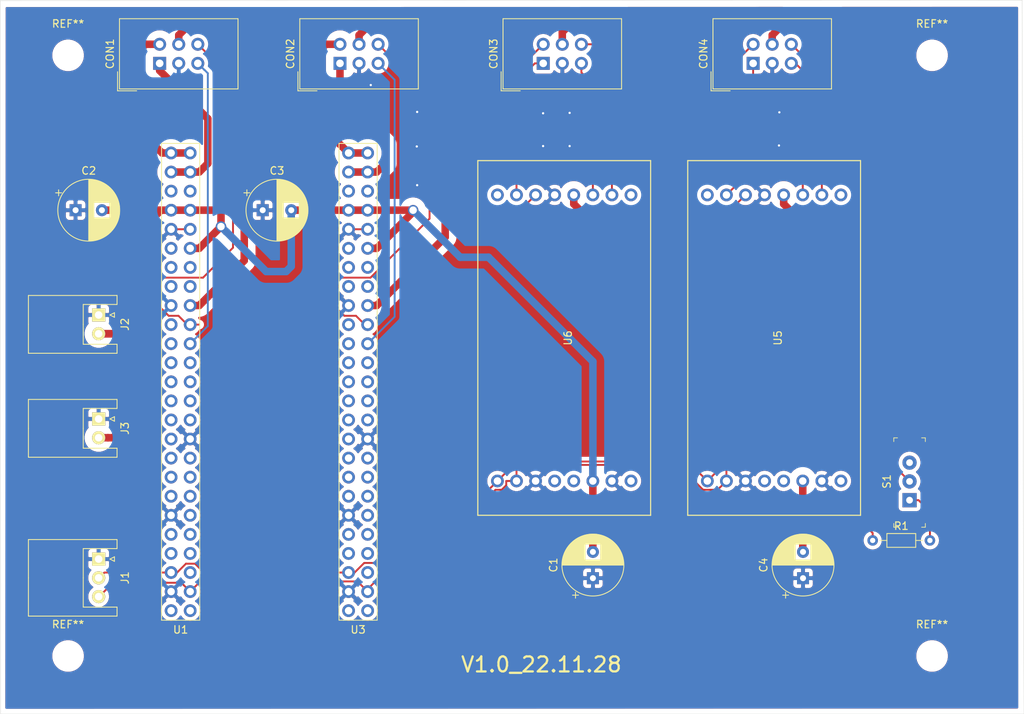
<source format=kicad_pcb>
(kicad_pcb (version 20171130) (host pcbnew "(5.1.2)-2")
  (layers (0 F.Cu signal) (31 B.Cu signal) (34 B.Paste user) (35 F.Paste user) (36 B.SilkS user) (37 F.SilkS user) (38 B.Mask user) (39 F.Mask user) (44 Edge.Cuts user))
  (net 0 "")
  (net 1 GND)
  (net 2 VSS)
  (net 3 /MC5004P_1/P_B)
  (net 4 /MC5004P_1/P_A)
  (net 5 /MC5004P_1/UDD)
  (net 6 /MC5004P_1/CH_B)
  (net 7 /MC5004P_1/CH_A)
  (net 8 /MC5004P_2/CH_A)
  (net 9 /MC5004P_2/CH_B)
  (net 10 /MC5004P_2/UDD)
  (net 11 /MC5004P_2/P_A)
  (net 12 /MC5004P_2/P_B)
  (net 13 /MCDC3002P_1/Motor_B3)
  (net 14 /MCDC3002P_1/Motor_A3)
  (net 15 /MCDC3002P_1/Vdd3)
  (net 16 /MCDC3002P_1/EncB3)
  (net 17 /MCDC3002P_1/EncA3)
  (net 18 /MCDC3002P_2/EncA3)
  (net 19 /MCDC3002P_2/EncB3)
  (net 20 /MCDC3002P_2/Vdd3)
  (net 21 /MCDC3002P_2/Motor_A3)
  (net 22 /MCDC3002P_2/Motor_B3)
  (net 23 "Net-(R1-Pad2)")
  (net 24 "Net-(S1-Pad3)")
  (net 25 "Net-(U1-Pad5)")
  (net 26 "Net-(U1-Pad6)")
  (net 27 "Net-(U1-Pad12)")
  (net 28 "Net-(U1-Pad13)")
  (net 29 "Net-(U1-Pad14)")
  (net 30 "Net-(U1-Pad15)")
  (net 31 "Net-(U1-Pad16)")
  (net 32 "Net-(U1-Pad20)")
  (net 33 "Net-(U1-Pad22)")
  (net 34 "Net-(U1-Pad23)")
  (net 35 "Net-(U1-Pad24)")
  (net 36 "Net-(U1-Pad25)")
  (net 37 "Net-(U1-Pad26)")
  (net 38 "Net-(U1-Pad27)")
  (net 39 "Net-(U1-Pad28)")
  (net 40 "Net-(U1-Pad29)")
  (net 41 "Net-(U1-Pad30)")
  (net 42 "Net-(U1-Pad32)")
  (net 43 "Net-(U1-Pad33)")
  (net 44 "Net-(U1-Pad34)")
  (net 45 "Net-(U1-Pad35)")
  (net 46 "Net-(U1-Pad36)")
  (net 47 "Net-(U1-Pad37)")
  (net 48 "Net-(U1-Pad38)")
  (net 49 "Net-(U1-Pad39)")
  (net 50 "Net-(U1-Pad41)")
  (net 51 "Net-(U1-Pad42)")
  (net 52 "Net-(U1-Pad43)")
  (net 53 "Net-(U1-Pad44)")
  (net 54 "Net-(U1-Pad45)")
  (net 55 "Net-(U1-Pad49)")
  (net 56 "Net-(U1-Pad50)")
  (net 57 "Net-(U3-Pad50)")
  (net 58 "Net-(U3-Pad49)")
  (net 59 "Net-(U3-Pad45)")
  (net 60 "Net-(U3-Pad44)")
  (net 61 "Net-(U3-Pad43)")
  (net 62 "Net-(U3-Pad42)")
  (net 63 "Net-(U3-Pad41)")
  (net 64 "Net-(U3-Pad39)")
  (net 65 "Net-(U3-Pad38)")
  (net 66 "Net-(U3-Pad37)")
  (net 67 "Net-(U3-Pad36)")
  (net 68 "Net-(U3-Pad35)")
  (net 69 "Net-(U3-Pad34)")
  (net 70 "Net-(U3-Pad33)")
  (net 71 "Net-(U3-Pad32)")
  (net 72 "Net-(U3-Pad30)")
  (net 73 "Net-(U3-Pad29)")
  (net 74 "Net-(U3-Pad28)")
  (net 75 "Net-(U3-Pad27)")
  (net 76 "Net-(U3-Pad26)")
  (net 77 "Net-(U3-Pad25)")
  (net 78 "Net-(U3-Pad24)")
  (net 79 "Net-(U3-Pad23)")
  (net 80 "Net-(U3-Pad22)")
  (net 81 "Net-(U3-Pad20)")
  (net 82 "Net-(U3-Pad16)")
  (net 83 "Net-(U3-Pad15)")
  (net 84 "Net-(U3-Pad14)")
  (net 85 "Net-(U3-Pad13)")
  (net 86 "Net-(U3-Pad12)")
  (net 87 "Net-(U3-Pad6)")
  (net 88 "Net-(U3-Pad5)")
  (net 89 "Net-(U5-Pad9)")
  (net 90 "Net-(U5-Pad8)")
  (net 91 "Net-(U5-Pad5)")
  (net 92 "Net-(U5-Pad4)")
  (net 93 "Net-(U5-Pad16)")
  (net 94 "Net-(U6-Pad16)")
  (net 95 "Net-(U6-Pad4)")
  (net 96 "Net-(U6-Pad5)")
  (net 97 "Net-(U6-Pad8)")
  (net 98 "Net-(U6-Pad9)")
  (net 99 /CAN+)
  (net 100 /CAN-)
  (module Connectors_JST:JST_XH_S02B-XH-A_02x2.50mm_Angled (layer F.Cu) (at 44.069 73.4314 270)
    (fp_text reference J3 (at 1.25 -3.5 90) (layer F.SilkS))
    (fp_text value Connector_JST_01x02)
    (pad 2 thru_hole circle (at 2.5 0 270) (size 1.75 1.75) (drill 1) (layers *.Cu *.Mask F.SilkS) (net 2 VSS))
    (pad 1 thru_hole rect (at 0 0 270) (size 1.75 1.75) (drill 1) (layers *.Cu *.Mask F.SilkS) (net 1 GND))
  )
  (module MountingHole:MountingHole_3.2mm_M3 (layer F.Cu) (at 155 25)
    (fp_text reference REF** (at 0 -4.2) (layer F.SilkS))
    (fp_text value MountingHole_3.2mm_M3)
    (pad 1 np_thru_hole circle (at 0 0) (size 3.2 3.2) (drill 3.2) (layers *.Cu *.Mask))
  )
  (module MountingHole:MountingHole_3.2mm_M3 (layer F.Cu) (at 40 25)
    (fp_text reference REF** (at 0 -4.2) (layer F.SilkS))
    (fp_text value M_Hole_3.2mm_M3)
    (pad 1 np_thru_hole circle (at 0 0) (size 3.2 3.2) (drill 3.2) (layers *.Cu *.Mask))
  )
  (module MountingHole:MountingHole_3.2mm_M3 (layer F.Cu) (at 40 105)
    (fp_text reference REF** (at 0 -4.2) (layer F.SilkS))
    (fp_text value MountingHole_3.2mm_M3)
    (pad 1 np_thru_hole circle (at 0 0) (size 3.2 3.2) (drill 3.2) (layers *.Cu *.Mask))
  )
  (module MountingHole:MountingHole_3.2mm_M3 (layer F.Cu) (at 155 105)
    (fp_text reference REF** (at 0 -4.2) (layer F.SilkS))
    (fp_text value MountingHole_3.2mm_M3)
    (pad 1 np_thru_hole circle (at 0 0) (size 3.2 3.2) (drill 3.2) (layers *.Cu *.Mask))
  )
  (module Resistor_THT:R_Axial_DIN0204_L3.6mm_D1.6mm_P7.62mm_Horizontal (layer F.Cu) (at 147.0914 89.6112)
    (fp_text reference R1 (at 3.81 -1.92) (layer F.SilkS))
    (fp_text value 120)
    (pad 2 thru_hole oval (at 7.62 0) (size 1.4 1.4) (drill 0.7) (layers *.Cu *.Mask) (net 23 "Net-(R1-Pad2)"))
    (pad 1 thru_hole circle (at 0 0) (size 1.4 1.4) (drill 0.7) (layers *.Cu *.Mask) (net 100 /CAN-))
  )
  (module Capacitor_THT:CP_Radial_D8.0mm_P3.50mm (layer F.Cu) (at 41 45.624)
    (fp_text reference C2 (at 1.75 -5.25) (layer F.SilkS))
    (fp_text value 220uF)
    (pad 2 thru_hole circle (at 3.5 0) (size 1.6 1.6) (drill 0.8) (layers *.Cu *.Mask) (net 2 VSS))
    (pad 1 thru_hole rect (at 0 0) (size 1.6 1.6) (drill 0.8) (layers *.Cu *.Mask) (net 1 GND))
  )
  (module Capacitor_THT:CP_Radial_D8.0mm_P3.50mm (layer F.Cu) (at 109.855 94.6404 90)
    (fp_text reference C1 (at 1.75 -5.25 270) (layer F.SilkS))
    (fp_text value 220uF)
    (pad 2 thru_hole circle (at 3.5 0 90) (size 1.6 1.6) (drill 0.8) (layers *.Cu *.Mask) (net 2 VSS))
    (pad 1 thru_hole rect (at 0 0 90) (size 1.6 1.6) (drill 0.8) (layers *.Cu *.Mask) (net 1 GND))
  )
  (module Capacitor_THT:CP_Radial_D8.0mm_P3.80mm (layer F.Cu) (at 65.904 45.624)
    (fp_text reference C3 (at 1.9 -5.25) (layer F.SilkS))
    (fp_text value 220uF)
    (pad 1 thru_hole rect (at 0 0) (size 1.6 1.6) (drill 0.8) (layers *.Cu *.Mask) (net 1 GND))
    (pad 2 thru_hole circle (at 3.8 0) (size 1.6 1.6) (drill 0.8) (layers *.Cu *.Mask) (net 2 VSS))
  )
  (module Capacitor_THT:CP_Radial_D8.0mm_P3.50mm (layer F.Cu) (at 137.8204 94.6404 90)
    (fp_text reference C4 (at 1.75 -5.25 270) (layer F.SilkS))
    (fp_text value 220uF)
    (pad 1 thru_hole rect (at 0 0 90) (size 1.6 1.6) (drill 0.8) (layers *.Cu *.Mask) (net 1 GND))
    (pad 2 thru_hole circle (at 3.5 0 90) (size 1.6 1.6) (drill 0.8) (layers *.Cu *.Mask) (net 2 VSS))
  )
  (module Connector_IDC:IDC-Header_2x03_P2.54mm_Vertical (layer F.Cu) (at 52.188 26.066 90)
    (fp_text reference CON1 (at 1.27 -6.604 90) (layer F.SilkS))
    (fp_text value CON_6pin_motor)
    (pad 1 thru_hole rect (at 0 0 90) (size 1.7272 1.7272) (drill 1.016) (layers *.Cu *.Mask) (net 3 /MC5004P_1/P_B))
    (pad 2 thru_hole oval (at 2.54 0 90) (size 1.7272 1.7272) (drill 1.016) (layers *.Cu *.Mask) (net 4 /MC5004P_1/P_A))
    (pad 3 thru_hole oval (at 0 2.54 90) (size 1.7272 1.7272) (drill 1.016) (layers *.Cu *.Mask) (net 1 GND))
    (pad 4 thru_hole oval (at 2.54 2.54 90) (size 1.7272 1.7272) (drill 1.016) (layers *.Cu *.Mask) (net 5 /MC5004P_1/UDD))
    (pad 5 thru_hole oval (at 0 5.08 90) (size 1.7272 1.7272) (drill 1.016) (layers *.Cu *.Mask) (net 6 /MC5004P_1/CH_B))
    (pad 6 thru_hole oval (at 2.54 5.08 90) (size 1.7272 1.7272) (drill 1.016) (layers *.Cu *.Mask) (net 7 /MC5004P_1/CH_A))
  )
  (module Connector_IDC:IDC-Header_2x03_P2.54mm_Vertical (layer F.Cu) (at 76.189 26.066 90)
    (fp_text reference CON2 (at 1.27 -6.604 90) (layer F.SilkS))
    (fp_text value CON_6pin_motor)
    (pad 6 thru_hole oval (at 2.54 5.08 90) (size 1.7272 1.7272) (drill 1.016) (layers *.Cu *.Mask) (net 8 /MC5004P_2/CH_A))
    (pad 5 thru_hole oval (at 0 5.08 90) (size 1.7272 1.7272) (drill 1.016) (layers *.Cu *.Mask) (net 9 /MC5004P_2/CH_B))
    (pad 4 thru_hole oval (at 2.54 2.54 90) (size 1.7272 1.7272) (drill 1.016) (layers *.Cu *.Mask) (net 10 /MC5004P_2/UDD))
    (pad 3 thru_hole oval (at 0 2.54 90) (size 1.7272 1.7272) (drill 1.016) (layers *.Cu *.Mask) (net 1 GND))
    (pad 2 thru_hole oval (at 2.54 0 90) (size 1.7272 1.7272) (drill 1.016) (layers *.Cu *.Mask) (net 11 /MC5004P_2/P_A))
    (pad 1 thru_hole rect (at 0 0 90) (size 1.7272 1.7272) (drill 1.016) (layers *.Cu *.Mask) (net 12 /MC5004P_2/P_B))
  )
  (module Connector_IDC:IDC-Header_2x03_P2.54mm_Vertical (layer F.Cu) (at 103.242 26.066 90)
    (fp_text reference CON3 (at 1.27 -6.604 90) (layer F.SilkS))
    (fp_text value CON_6pin_motor)
    (pad 1 thru_hole rect (at 0 0 90) (size 1.7272 1.7272) (drill 1.016) (layers *.Cu *.Mask) (net 13 /MCDC3002P_1/Motor_B3))
    (pad 2 thru_hole oval (at 2.54 0 90) (size 1.7272 1.7272) (drill 1.016) (layers *.Cu *.Mask) (net 14 /MCDC3002P_1/Motor_A3))
    (pad 3 thru_hole oval (at 0 2.54 90) (size 1.7272 1.7272) (drill 1.016) (layers *.Cu *.Mask) (net 1 GND))
    (pad 4 thru_hole oval (at 2.54 2.54 90) (size 1.7272 1.7272) (drill 1.016) (layers *.Cu *.Mask) (net 15 /MCDC3002P_1/Vdd3))
    (pad 5 thru_hole oval (at 0 5.08 90) (size 1.7272 1.7272) (drill 1.016) (layers *.Cu *.Mask) (net 16 /MCDC3002P_1/EncB3))
    (pad 6 thru_hole oval (at 2.54 5.08 90) (size 1.7272 1.7272) (drill 1.016) (layers *.Cu *.Mask) (net 17 /MCDC3002P_1/EncA3))
  )
  (module Connector_IDC:IDC-Header_2x03_P2.54mm_Vertical (layer F.Cu) (at 131.182 26.066 90)
    (fp_text reference CON4 (at 1.27 -6.604 90) (layer F.SilkS))
    (fp_text value CON_6pin_motor)
    (pad 6 thru_hole oval (at 2.54 5.08 90) (size 1.7272 1.7272) (drill 1.016) (layers *.Cu *.Mask) (net 18 /MCDC3002P_2/EncA3))
    (pad 5 thru_hole oval (at 0 5.08 90) (size 1.7272 1.7272) (drill 1.016) (layers *.Cu *.Mask) (net 19 /MCDC3002P_2/EncB3))
    (pad 4 thru_hole oval (at 2.54 2.54 90) (size 1.7272 1.7272) (drill 1.016) (layers *.Cu *.Mask) (net 20 /MCDC3002P_2/Vdd3))
    (pad 3 thru_hole oval (at 0 2.54 90) (size 1.7272 1.7272) (drill 1.016) (layers *.Cu *.Mask) (net 1 GND))
    (pad 2 thru_hole oval (at 2.54 0 90) (size 1.7272 1.7272) (drill 1.016) (layers *.Cu *.Mask) (net 21 /MCDC3002P_2/Motor_A3))
    (pad 1 thru_hole rect (at 0 0 90) (size 1.7272 1.7272) (drill 1.016) (layers *.Cu *.Mask) (net 22 /MCDC3002P_2/Motor_B3))
  )
  (module Connectors_JST:JST_XH_S03B-XH-A_03x2.50mm_Angled (layer F.Cu) (at 44.069 92.094 270)
    (fp_text reference J1 (at 2.5 -3.5 270) (layer F.SilkS))
    (fp_text value Connector_JST_01x03)
    (pad 1 thru_hole rect (at 0 0 270) (size 1.75 1.75) (drill 1) (layers *.Cu *.Mask F.SilkS) (net 1 GND))
    (pad 2 thru_hole circle (at 2.5 0 270) (size 1.75 1.75) (drill 1) (layers *.Cu *.Mask F.SilkS) (net 99 /CAN+))
    (pad 3 thru_hole circle (at 5 0 270) (size 1.75 1.75) (drill 1) (layers *.Cu *.Mask F.SilkS) (net 100 /CAN-))
  )
  (module Connectors_JST:JST_XH_S02B-XH-A_02x2.50mm_Angled (layer F.Cu) (at 44.069 59.582 270)
    (fp_text reference J2 (at 1.25 -3.5 270) (layer F.SilkS))
    (fp_text value Connector_JST_01x02)
    (pad 1 thru_hole rect (at 0 0 270) (size 1.75 1.75) (drill 1) (layers *.Cu *.Mask F.SilkS) (net 1 GND))
    (pad 2 thru_hole circle (at 2.5 0 270) (size 1.75 1.75) (drill 1) (layers *.Cu *.Mask F.SilkS) (net 2 VSS))
  )
  (module digikey-footprints:Switch_Slide_11.6x4mm_EG1218 (layer F.Cu) (at 152 84.25 90)
    (fp_text reference S1 (at 2.49 -3.02 90) (layer F.SilkS))
    (fp_text value EG1218)
    (pad 1 thru_hole rect (at 0 0 90) (size 1.9 1.9) (drill 0.9) (layers *.Cu *.Mask) (net 23 "Net-(R1-Pad2)"))
    (pad 2 thru_hole circle (at 2.5 0 90) (size 1.9 1.9) (drill 0.9) (layers *.Cu *.Mask) (net 99 /CAN+))
    (pad 3 thru_hole circle (at 5 0 90) (size 1.9 1.9) (drill 0.9) (layers *.Cu *.Mask) (net 24 "Net-(S1-Pad3)"))
  )
  (module BC_Motor_Driver:MC5004P (layer F.Cu) (at 54.982 64.674)
    (fp_text reference U1 (at 0 36.83) (layer F.SilkS))
    (fp_text value MC5004P)
    (pad 1 thru_hole circle (at 1.27 -26.67) (size 1.7 1.7) (drill 1) (layers *.Cu *.Mask) (net 4 /MC5004P_1/P_A))
    (pad 2 thru_hole circle (at -1.27 -26.67) (size 1.7 1.7) (drill 1) (layers *.Cu *.Mask) (net 4 /MC5004P_1/P_A))
    (pad 3 thru_hole circle (at 1.27 -24.13) (size 1.7 1.7) (drill 1) (layers *.Cu *.Mask) (net 3 /MC5004P_1/P_B))
    (pad 4 thru_hole circle (at -1.27 -24.13) (size 1.7 1.7) (drill 1) (layers *.Cu *.Mask) (net 3 /MC5004P_1/P_B))
    (pad 5 thru_hole circle (at 1.27 -21.59) (size 1.7 1.7) (drill 1) (layers *.Cu *.Mask) (net 25 "Net-(U1-Pad5)"))
    (pad 6 thru_hole circle (at -1.27 -21.59) (size 1.7 1.7) (drill 1) (layers *.Cu *.Mask) (net 26 "Net-(U1-Pad6)"))
    (pad 7 thru_hole circle (at 1.27 -19.05) (size 1.7 1.7) (drill 1) (layers *.Cu *.Mask) (net 2 VSS))
    (pad 8 thru_hole circle (at -1.27 -19.05) (size 1.7 1.7) (drill 1) (layers *.Cu *.Mask) (net 2 VSS))
    (pad 9 thru_hole circle (at 1.27 -16.51) (size 1.7 1.7) (drill 1) (layers *.Cu *.Mask) (net 1 GND))
    (pad 10 thru_hole circle (at -1.27 -16.51) (size 1.7 1.7) (drill 1) (layers *.Cu *.Mask) (net 1 GND))
    (pad 11 thru_hole circle (at 1.27 -13.97) (size 1.7 1.7) (drill 1) (layers *.Cu *.Mask) (net 2 VSS))
    (pad 12 thru_hole circle (at -1.27 -13.97) (size 1.7 1.7) (drill 1) (layers *.Cu *.Mask) (net 27 "Net-(U1-Pad12)"))
    (pad 13 thru_hole circle (at 1.27 -11.43) (size 1.7 1.7) (drill 1) (layers *.Cu *.Mask) (net 28 "Net-(U1-Pad13)"))
    (pad 14 thru_hole circle (at -1.27 -11.43) (size 1.7 1.7) (drill 1) (layers *.Cu *.Mask) (net 29 "Net-(U1-Pad14)"))
    (pad 15 thru_hole circle (at 1.27 -8.89) (size 1.7 1.7) (drill 1) (layers *.Cu *.Mask) (net 30 "Net-(U1-Pad15)"))
    (pad 16 thru_hole circle (at -1.27 -8.89) (size 1.7 1.7) (drill 1) (layers *.Cu *.Mask) (net 31 "Net-(U1-Pad16)"))
    (pad 17 thru_hole circle (at 1.27 -6.35) (size 1.7 1.7) (drill 1) (layers *.Cu *.Mask) (net 5 /MC5004P_1/UDD))
    (pad 18 thru_hole circle (at -1.27 -6.35) (size 1.7 1.7) (drill 1) (layers *.Cu *.Mask) (net 1 GND))
    (pad 19 thru_hole circle (at 1.27 -3.81) (size 1.7 1.7) (drill 1) (layers *.Cu *.Mask) (net 7 /MC5004P_1/CH_A))
    (pad 20 thru_hole circle (at -1.27 -3.81) (size 1.7 1.7) (drill 1) (layers *.Cu *.Mask) (net 32 "Net-(U1-Pad20)"))
    (pad 21 thru_hole circle (at 1.27 -1.27) (size 1.7 1.7) (drill 1) (layers *.Cu *.Mask) (net 6 /MC5004P_1/CH_B))
    (pad 22 thru_hole circle (at -1.27 -1.27) (size 1.7 1.7) (drill 1) (layers *.Cu *.Mask) (net 33 "Net-(U1-Pad22)"))
    (pad 23 thru_hole circle (at 1.27 1.27) (size 1.7 1.7) (drill 1) (layers *.Cu *.Mask) (net 34 "Net-(U1-Pad23)"))
    (pad 24 thru_hole circle (at -1.27 1.27) (size 1.7 1.7) (drill 1) (layers *.Cu *.Mask) (net 35 "Net-(U1-Pad24)"))
    (pad 25 thru_hole circle (at 1.27 3.81) (size 1.7 1.7) (drill 1) (layers *.Cu *.Mask) (net 36 "Net-(U1-Pad25)"))
    (pad 26 thru_hole circle (at -1.27 3.81) (size 1.7 1.7) (drill 1) (layers *.Cu *.Mask) (net 37 "Net-(U1-Pad26)"))
    (pad 27 thru_hole circle (at 1.27 6.35) (size 1.7 1.7) (drill 1) (layers *.Cu *.Mask) (net 38 "Net-(U1-Pad27)"))
    (pad 28 thru_hole circle (at -1.27 6.35) (size 1.7 1.7) (drill 1) (layers *.Cu *.Mask) (net 39 "Net-(U1-Pad28)"))
    (pad 29 thru_hole circle (at 1.27 8.89) (size 1.7 1.7) (drill 1) (layers *.Cu *.Mask) (net 40 "Net-(U1-Pad29)"))
    (pad 30 thru_hole circle (at -1.27 8.89) (size 1.7 1.7) (drill 1) (layers *.Cu *.Mask) (net 41 "Net-(U1-Pad30)"))
    (pad 31 thru_hole circle (at 1.27 11.43) (size 1.7 1.7) (drill 1) (layers *.Cu *.Mask) (net 1 GND))
    (pad 32 thru_hole circle (at -1.27 11.43) (size 1.7 1.7) (drill 1) (layers *.Cu *.Mask) (net 42 "Net-(U1-Pad32)"))
    (pad 33 thru_hole circle (at 1.27 13.97) (size 1.7 1.7) (drill 1) (layers *.Cu *.Mask) (net 43 "Net-(U1-Pad33)"))
    (pad 34 thru_hole circle (at -1.27 13.97) (size 1.7 1.7) (drill 1) (layers *.Cu *.Mask) (net 44 "Net-(U1-Pad34)"))
    (pad 35 thru_hole circle (at 1.27 16.51) (size 1.7 1.7) (drill 1) (layers *.Cu *.Mask) (net 45 "Net-(U1-Pad35)"))
    (pad 36 thru_hole circle (at -1.27 16.51) (size 1.7 1.7) (drill 1) (layers *.Cu *.Mask) (net 46 "Net-(U1-Pad36)"))
    (pad 37 thru_hole circle (at 1.27 19.05) (size 1.7 1.7) (drill 1) (layers *.Cu *.Mask) (net 47 "Net-(U1-Pad37)"))
    (pad 38 thru_hole circle (at -1.27 19.05) (size 1.7 1.7) (drill 1) (layers *.Cu *.Mask) (net 48 "Net-(U1-Pad38)"))
    (pad 39 thru_hole circle (at 1.27 21.59) (size 1.7 1.7) (drill 1) (layers *.Cu *.Mask) (net 49 "Net-(U1-Pad39)"))
    (pad 40 thru_hole circle (at -1.27 21.59) (size 1.7 1.7) (drill 1) (layers *.Cu *.Mask) (net 1 GND))
    (pad 41 thru_hole circle (at 1.27 24.13) (size 1.7 1.7) (drill 1) (layers *.Cu *.Mask) (net 50 "Net-(U1-Pad41)"))
    (pad 42 thru_hole circle (at -1.27 24.13) (size 1.7 1.7) (drill 1) (layers *.Cu *.Mask) (net 51 "Net-(U1-Pad42)"))
    (pad 43 thru_hole circle (at 1.27 26.67) (size 1.7 1.7) (drill 1) (layers *.Cu *.Mask) (net 52 "Net-(U1-Pad43)"))
    (pad 44 thru_hole circle (at -1.27 26.67) (size 1.7 1.7) (drill 1) (layers *.Cu *.Mask) (net 53 "Net-(U1-Pad44)"))
    (pad 45 thru_hole circle (at 1.27 29.21) (size 1.7 1.7) (drill 1) (layers *.Cu *.Mask) (net 54 "Net-(U1-Pad45)"))
    (pad 46 thru_hole circle (at -1.27 29.21) (size 1.7 1.7) (drill 1) (layers *.Cu *.Mask) (net 99 /CAN+))
    (pad 47 thru_hole circle (at 1.27 31.75) (size 1.7 1.7) (drill 1) (layers *.Cu *.Mask) (net 100 /CAN-))
    (pad 48 thru_hole circle (at -1.27 31.75) (size 1.7 1.7) (drill 1) (layers *.Cu *.Mask) (net 1 GND))
    (pad 49 thru_hole circle (at 1.27 34.29) (size 1.7 1.7) (drill 1) (layers *.Cu *.Mask) (net 55 "Net-(U1-Pad49)"))
    (pad 50 thru_hole circle (at -1.27 34.29) (size 1.7 1.7) (drill 1) (layers *.Cu *.Mask) (net 56 "Net-(U1-Pad50)"))
  )
  (module BC_Motor_Driver:MC5004P (layer F.Cu) (at 78.604 64.674)
    (fp_text reference U3 (at 0 36.83) (layer F.SilkS))
    (fp_text value MC5004P)
    (pad 50 thru_hole circle (at -1.27 34.29) (size 1.7 1.7) (drill 1) (layers *.Cu *.Mask) (net 57 "Net-(U3-Pad50)"))
    (pad 49 thru_hole circle (at 1.27 34.29) (size 1.7 1.7) (drill 1) (layers *.Cu *.Mask) (net 58 "Net-(U3-Pad49)"))
    (pad 48 thru_hole circle (at -1.27 31.75) (size 1.7 1.7) (drill 1) (layers *.Cu *.Mask) (net 1 GND))
    (pad 47 thru_hole circle (at 1.27 31.75) (size 1.7 1.7) (drill 1) (layers *.Cu *.Mask) (net 100 /CAN-))
    (pad 46 thru_hole circle (at -1.27 29.21) (size 1.7 1.7) (drill 1) (layers *.Cu *.Mask) (net 99 /CAN+))
    (pad 45 thru_hole circle (at 1.27 29.21) (size 1.7 1.7) (drill 1) (layers *.Cu *.Mask) (net 59 "Net-(U3-Pad45)"))
    (pad 44 thru_hole circle (at -1.27 26.67) (size 1.7 1.7) (drill 1) (layers *.Cu *.Mask) (net 60 "Net-(U3-Pad44)"))
    (pad 43 thru_hole circle (at 1.27 26.67) (size 1.7 1.7) (drill 1) (layers *.Cu *.Mask) (net 61 "Net-(U3-Pad43)"))
    (pad 42 thru_hole circle (at -1.27 24.13) (size 1.7 1.7) (drill 1) (layers *.Cu *.Mask) (net 62 "Net-(U3-Pad42)"))
    (pad 41 thru_hole circle (at 1.27 24.13) (size 1.7 1.7) (drill 1) (layers *.Cu *.Mask) (net 63 "Net-(U3-Pad41)"))
    (pad 40 thru_hole circle (at -1.27 21.59) (size 1.7 1.7) (drill 1) (layers *.Cu *.Mask) (net 1 GND))
    (pad 39 thru_hole circle (at 1.27 21.59) (size 1.7 1.7) (drill 1) (layers *.Cu *.Mask) (net 64 "Net-(U3-Pad39)"))
    (pad 38 thru_hole circle (at -1.27 19.05) (size 1.7 1.7) (drill 1) (layers *.Cu *.Mask) (net 65 "Net-(U3-Pad38)"))
    (pad 37 thru_hole circle (at 1.27 19.05) (size 1.7 1.7) (drill 1) (layers *.Cu *.Mask) (net 66 "Net-(U3-Pad37)"))
    (pad 36 thru_hole circle (at -1.27 16.51) (size 1.7 1.7) (drill 1) (layers *.Cu *.Mask) (net 67 "Net-(U3-Pad36)"))
    (pad 35 thru_hole circle (at 1.27 16.51) (size 1.7 1.7) (drill 1) (layers *.Cu *.Mask) (net 68 "Net-(U3-Pad35)"))
    (pad 34 thru_hole circle (at -1.27 13.97) (size 1.7 1.7) (drill 1) (layers *.Cu *.Mask) (net 69 "Net-(U3-Pad34)"))
    (pad 33 thru_hole circle (at 1.27 13.97) (size 1.7 1.7) (drill 1) (layers *.Cu *.Mask) (net 70 "Net-(U3-Pad33)"))
    (pad 32 thru_hole circle (at -1.27 11.43) (size 1.7 1.7) (drill 1) (layers *.Cu *.Mask) (net 71 "Net-(U3-Pad32)"))
    (pad 31 thru_hole circle (at 1.27 11.43) (size 1.7 1.7) (drill 1) (layers *.Cu *.Mask) (net 1 GND))
    (pad 30 thru_hole circle (at -1.27 8.89) (size 1.7 1.7) (drill 1) (layers *.Cu *.Mask) (net 72 "Net-(U3-Pad30)"))
    (pad 29 thru_hole circle (at 1.27 8.89) (size 1.7 1.7) (drill 1) (layers *.Cu *.Mask) (net 73 "Net-(U3-Pad29)"))
    (pad 28 thru_hole circle (at -1.27 6.35) (size 1.7 1.7) (drill 1) (layers *.Cu *.Mask) (net 74 "Net-(U3-Pad28)"))
    (pad 27 thru_hole circle (at 1.27 6.35) (size 1.7 1.7) (drill 1) (layers *.Cu *.Mask) (net 75 "Net-(U3-Pad27)"))
    (pad 26 thru_hole circle (at -1.27 3.81) (size 1.7 1.7) (drill 1) (layers *.Cu *.Mask) (net 76 "Net-(U3-Pad26)"))
    (pad 25 thru_hole circle (at 1.27 3.81) (size 1.7 1.7) (drill 1) (layers *.Cu *.Mask) (net 77 "Net-(U3-Pad25)"))
    (pad 24 thru_hole circle (at -1.27 1.27) (size 1.7 1.7) (drill 1) (layers *.Cu *.Mask) (net 78 "Net-(U3-Pad24)"))
    (pad 23 thru_hole circle (at 1.27 1.27) (size 1.7 1.7) (drill 1) (layers *.Cu *.Mask) (net 79 "Net-(U3-Pad23)"))
    (pad 22 thru_hole circle (at -1.27 -1.27) (size 1.7 1.7) (drill 1) (layers *.Cu *.Mask) (net 80 "Net-(U3-Pad22)"))
    (pad 21 thru_hole circle (at 1.27 -1.27) (size 1.7 1.7) (drill 1) (layers *.Cu *.Mask) (net 9 /MC5004P_2/CH_B))
    (pad 20 thru_hole circle (at -1.27 -3.81) (size 1.7 1.7) (drill 1) (layers *.Cu *.Mask) (net 81 "Net-(U3-Pad20)"))
    (pad 19 thru_hole circle (at 1.27 -3.81) (size 1.7 1.7) (drill 1) (layers *.Cu *.Mask) (net 8 /MC5004P_2/CH_A))
    (pad 18 thru_hole circle (at -1.27 -6.35) (size 1.7 1.7) (drill 1) (layers *.Cu *.Mask) (net 1 GND))
    (pad 17 thru_hole circle (at 1.27 -6.35) (size 1.7 1.7) (drill 1) (layers *.Cu *.Mask) (net 10 /MC5004P_2/UDD))
    (pad 16 thru_hole circle (at -1.27 -8.89) (size 1.7 1.7) (drill 1) (layers *.Cu *.Mask) (net 82 "Net-(U3-Pad16)"))
    (pad 15 thru_hole circle (at 1.27 -8.89) (size 1.7 1.7) (drill 1) (layers *.Cu *.Mask) (net 83 "Net-(U3-Pad15)"))
    (pad 14 thru_hole circle (at -1.27 -11.43) (size 1.7 1.7) (drill 1) (layers *.Cu *.Mask) (net 84 "Net-(U3-Pad14)"))
    (pad 13 thru_hole circle (at 1.27 -11.43) (size 1.7 1.7) (drill 1) (layers *.Cu *.Mask) (net 85 "Net-(U3-Pad13)"))
    (pad 12 thru_hole circle (at -1.27 -13.97) (size 1.7 1.7) (drill 1) (layers *.Cu *.Mask) (net 86 "Net-(U3-Pad12)"))
    (pad 11 thru_hole circle (at 1.27 -13.97) (size 1.7 1.7) (drill 1) (layers *.Cu *.Mask) (net 2 VSS))
    (pad 10 thru_hole circle (at -1.27 -16.51) (size 1.7 1.7) (drill 1) (layers *.Cu *.Mask) (net 1 GND))
    (pad 9 thru_hole circle (at 1.27 -16.51) (size 1.7 1.7) (drill 1) (layers *.Cu *.Mask) (net 1 GND))
    (pad 8 thru_hole circle (at -1.27 -19.05) (size 1.7 1.7) (drill 1) (layers *.Cu *.Mask) (net 2 VSS))
    (pad 7 thru_hole circle (at 1.27 -19.05) (size 1.7 1.7) (drill 1) (layers *.Cu *.Mask) (net 2 VSS))
    (pad 6 thru_hole circle (at -1.27 -21.59) (size 1.7 1.7) (drill 1) (layers *.Cu *.Mask) (net 87 "Net-(U3-Pad6)"))
    (pad 5 thru_hole circle (at 1.27 -21.59) (size 1.7 1.7) (drill 1) (layers *.Cu *.Mask) (net 88 "Net-(U3-Pad5)"))
    (pad 4 thru_hole circle (at -1.27 -24.13) (size 1.7 1.7) (drill 1) (layers *.Cu *.Mask) (net 12 /MC5004P_2/P_B))
    (pad 3 thru_hole circle (at 1.27 -24.13) (size 1.7 1.7) (drill 1) (layers *.Cu *.Mask) (net 12 /MC5004P_2/P_B))
    (pad 2 thru_hole circle (at -1.27 -26.67) (size 1.7 1.7) (drill 1) (layers *.Cu *.Mask) (net 11 /MC5004P_2/P_A))
    (pad 1 thru_hole circle (at 1.27 -26.67) (size 1.7 1.7) (drill 1) (layers *.Cu *.Mask) (net 11 /MC5004P_2/P_A))
  )
  (module BC_Motor_Driver:MCDC_3002P (layer F.Cu) (at 133.976 62.642 90)
    (fp_text reference U5 (at 0 0.5 90) (layer F.SilkS))
    (fp_text value MCDC3002P)
    (pad 9 thru_hole circle (at 19.05 8.89 90) (size 1.7 1.7) (drill 1) (layers *.Cu *.Mask) (net 89 "Net-(U5-Pad9)"))
    (pad 8 thru_hole circle (at -19.05 8.89 90) (size 1.7 1.7) (drill 1) (layers *.Cu *.Mask) (net 90 "Net-(U5-Pad8)"))
    (pad 10 thru_hole circle (at 19.05 6.35 90) (size 1.7 1.7) (drill 1) (layers *.Cu *.Mask) (net 18 /MCDC3002P_2/EncA3))
    (pad 7 thru_hole circle (at -19.05 6.35 90) (size 1.7 1.7) (drill 1) (layers *.Cu *.Mask) (net 1 GND))
    (pad 11 thru_hole circle (at 19.05 3.81 90) (size 1.7 1.7) (drill 1) (layers *.Cu *.Mask) (net 19 /MCDC3002P_2/EncB3))
    (pad 6 thru_hole circle (at -19.05 3.81 90) (size 1.7 1.7) (drill 1) (layers *.Cu *.Mask) (net 2 VSS))
    (pad 12 thru_hole circle (at 19.05 1.27 90) (size 1.7 1.7) (drill 1) (layers *.Cu *.Mask) (net 20 /MCDC3002P_2/Vdd3))
    (pad 5 thru_hole circle (at -19.05 1.27 90) (size 1.7 1.7) (drill 1) (layers *.Cu *.Mask) (net 91 "Net-(U5-Pad5)"))
    (pad 13 thru_hole circle (at 19.05 -1.27 90) (size 1.7 1.7) (drill 1) (layers *.Cu *.Mask) (net 1 GND))
    (pad 4 thru_hole circle (at -19.05 -1.27 90) (size 1.7 1.7) (drill 1) (layers *.Cu *.Mask) (net 92 "Net-(U5-Pad4)"))
    (pad 14 thru_hole circle (at 19.05 -3.81 90) (size 1.7 1.7) (drill 1) (layers *.Cu *.Mask) (net 21 /MCDC3002P_2/Motor_A3))
    (pad 3 thru_hole circle (at -19.05 -3.81 90) (size 1.7 1.7) (drill 1) (layers *.Cu *.Mask) (net 1 GND))
    (pad 15 thru_hole circle (at 19.05 -6.35 90) (size 1.7 1.7) (drill 1) (layers *.Cu *.Mask) (net 22 /MCDC3002P_2/Motor_B3))
    (pad 2 thru_hole circle (at -19.05 -6.35 90) (size 1.7 1.7) (drill 1) (layers *.Cu *.Mask) (net 100 /CAN-))
    (pad 16 thru_hole circle (at 19.05 -8.89 90) (size 1.7 1.7) (drill 1) (layers *.Cu *.Mask) (net 93 "Net-(U5-Pad16)"))
    (pad 1 thru_hole circle (at -19.05 -8.89 90) (size 1.7 1.7) (drill 1) (layers *.Cu *.Mask) (net 99 /CAN+))
  )
  (module BC_Motor_Driver:MCDC_3002P (layer F.Cu) (at 106.036 62.642 90)
    (fp_text reference U6 (at 0 0.5 90) (layer F.SilkS))
    (fp_text value MCDC3002P)
    (pad 1 thru_hole circle (at -19.05 -8.89 90) (size 1.7 1.7) (drill 1) (layers *.Cu *.Mask) (net 99 /CAN+))
    (pad 16 thru_hole circle (at 19.05 -8.89 90) (size 1.7 1.7) (drill 1) (layers *.Cu *.Mask) (net 94 "Net-(U6-Pad16)"))
    (pad 2 thru_hole circle (at -19.05 -6.35 90) (size 1.7 1.7) (drill 1) (layers *.Cu *.Mask) (net 100 /CAN-))
    (pad 15 thru_hole circle (at 19.05 -6.35 90) (size 1.7 1.7) (drill 1) (layers *.Cu *.Mask) (net 13 /MCDC3002P_1/Motor_B3))
    (pad 3 thru_hole circle (at -19.05 -3.81 90) (size 1.7 1.7) (drill 1) (layers *.Cu *.Mask) (net 1 GND))
    (pad 14 thru_hole circle (at 19.05 -3.81 90) (size 1.7 1.7) (drill 1) (layers *.Cu *.Mask) (net 14 /MCDC3002P_1/Motor_A3))
    (pad 4 thru_hole circle (at -19.05 -1.27 90) (size 1.7 1.7) (drill 1) (layers *.Cu *.Mask) (net 95 "Net-(U6-Pad4)"))
    (pad 13 thru_hole circle (at 19.05 -1.27 90) (size 1.7 1.7) (drill 1) (layers *.Cu *.Mask) (net 1 GND))
    (pad 5 thru_hole circle (at -19.05 1.27 90) (size 1.7 1.7) (drill 1) (layers *.Cu *.Mask) (net 96 "Net-(U6-Pad5)"))
    (pad 12 thru_hole circle (at 19.05 1.27 90) (size 1.7 1.7) (drill 1) (layers *.Cu *.Mask) (net 15 /MCDC3002P_1/Vdd3))
    (pad 6 thru_hole circle (at -19.05 3.81 90) (size 1.7 1.7) (drill 1) (layers *.Cu *.Mask) (net 2 VSS))
    (pad 11 thru_hole circle (at 19.05 3.81 90) (size 1.7 1.7) (drill 1) (layers *.Cu *.Mask) (net 16 /MCDC3002P_1/EncB3))
    (pad 7 thru_hole circle (at -19.05 6.35 90) (size 1.7 1.7) (drill 1) (layers *.Cu *.Mask) (net 1 GND))
    (pad 10 thru_hole circle (at 19.05 6.35 90) (size 1.7 1.7) (drill 1) (layers *.Cu *.Mask) (net 17 /MCDC3002P_1/EncA3))
    (pad 8 thru_hole circle (at -19.05 8.89 90) (size 1.7 1.7) (drill 1) (layers *.Cu *.Mask) (net 97 "Net-(U6-Pad8)"))
    (pad 9 thru_hole circle (at 19.05 8.89 90) (size 1.7 1.7) (drill 1) (layers *.Cu *.Mask) (net 98 "Net-(U6-Pad9)"))
  )
  (gr_text "V1.0_22.11.28\n" (at 102.997 106.1466) (layer F.SilkS) (effects (font (size 2 2) (thickness 0.3))))
  (gr_line (start 167.2336 112.7252) (end 166.9796 17.653) (layer Edge.Cuts) (width 0.05))
  (gr_line (start 31.0134 112.7252) (end 167.2336 112.7252) (layer Edge.Cuts) (width 0.05))
  (gr_line (start 30.9626 17.7038) (end 31.0134 112.7252) (layer Edge.Cuts) (width 0.05))
  (gr_line (start 30.9626 17.7038) (end 166.9796 17.653) (layer Edge.Cuts) (width 0.05))
  (segment (start 55.049919 48.164) (end 53.712 48.164) (width 0.25) (layer F.Cu) (net 1))
  (segment (start 56.252 48.164) (end 55.049919 48.164) (width 0.25) (layer F.Cu) (net 1))
  (segment (start 78.671919 48.164) (end 77.334 48.164) (width 0.25) (layer F.Cu) (net 1))
  (segment (start 79.874 48.164) (end 78.671919 48.164) (width 0.25) (layer F.Cu) (net 1))
  (via (at 103.2256 32.7152) (size 0.6) (drill 0.3) (layers F.Cu B.Cu) (net 1))
  (via (at 103.2256 37.084) (size 0.6) (drill 0.3) (layers F.Cu B.Cu) (net 1))
  (via (at 106.7562 37.084) (size 0.6) (drill 0.3) (layers F.Cu B.Cu) (net 1))
  (via (at 106.7562 32.6644) (size 0.6) (drill 0.3) (layers F.Cu B.Cu) (net 1))
  (via (at 134.62 37.0078) (size 0.6) (drill 0.3) (layers F.Cu B.Cu) (net 1))
  (via (at 134.6708 32.5882) (size 0.6) (drill 0.3) (layers F.Cu B.Cu) (net 1))
  (via (at 80.2894 28.956) (size 0.6) (drill 0.3) (layers F.Cu B.Cu) (net 1))
  (via (at 86.4108 37.1348) (size 0.6) (drill 0.3) (layers F.Cu B.Cu) (net 1))
  (via (at 86.4616 32.5374) (size 0.6) (drill 0.3) (layers F.Cu B.Cu) (net 1))
  (via (at 86.4616 42.291) (size 0.6) (drill 0.3) (layers F.Cu B.Cu) (net 1))
  (segment (start 69.704 45.624) (end 77.334 45.624) (width 1) (layer F.Cu) (net 2))
  (segment (start 137.786 91.106) (end 137.8204 91.1404) (width 1) (layer F.Cu) (net 2))
  (segment (start 109.846 91.1314) (end 109.855 91.1404) (width 1) (layer F.Cu) (net 2))
  (segment (start 53.712 45.624) (end 56.252 45.624) (width 1) (layer F.Cu) (net 2))
  (segment (start 46.080002 62.082) (end 48.4378 59.724202) (width 1) (layer F.Cu) (net 2))
  (segment (start 44.13 62.082) (end 46.080002 62.082) (width 1) (layer F.Cu) (net 2))
  (segment (start 52.2168 45.7828) (end 52.2168 45.624) (width 1) (layer F.Cu) (net 2))
  (segment (start 48.4378 49.5618) (end 52.2168 45.7828) (width 1) (layer F.Cu) (net 2))
  (segment (start 48.4378 59.724202) (end 48.4378 49.5618) (width 1) (layer F.Cu) (net 2))
  (segment (start 44.5 45.624) (end 52.2168 45.624) (width 1) (layer F.Cu) (net 2))
  (segment (start 52.2168 45.624) (end 53.712 45.624) (width 1) (layer F.Cu) (net 2))
  (segment (start 109.846 81.692) (end 109.846 80.060798) (width 1) (layer B.Cu) (net 2))
  (segment (start 79.874 50.704) (end 79.874 50.791) (width 1) (layer B.Cu) (net 2))
  (segment (start 79.874 50.791) (end 79.976999 50.893999) (width 1) (layer B.Cu) (net 2))
  (segment (start 109.846 81.692) (end 109.846 81.3652) (width 1) (layer F.Cu) (net 2))
  (segment (start 81.076081 50.704) (end 79.874 50.704) (width 1) (layer F.Cu) (net 2))
  (segment (start 86.0552 45.724881) (end 81.076081 50.704) (width 1) (layer F.Cu) (net 2))
  (segment (start 86.0552 45.6692) (end 86.0552 45.724881) (width 1) (layer F.Cu) (net 2))
  (segment (start 79.874 45.624) (end 85.9226 45.624) (width 1) (layer F.Cu) (net 2))
  (segment (start 86.01 45.624) (end 86.0552 45.6692) (width 1) (layer F.Cu) (net 2))
  (segment (start 85.9226 45.624) (end 86.01 45.624) (width 1) (layer F.Cu) (net 2))
  (via (at 85.9226 45.624) (size 1.4) (drill 1) (layers F.Cu B.Cu) (net 2))
  (segment (start 109.846 79.737998) (end 109.846 79.9756) (width 1) (layer B.Cu) (net 2))
  (segment (start 109.855 79.728998) (end 109.846 79.737998) (width 1) (layer B.Cu) (net 2))
  (segment (start 109.855 65.786) (end 109.855 79.728998) (width 1) (layer B.Cu) (net 2))
  (segment (start 95.9612 51.8922) (end 109.855 65.786) (width 1) (layer B.Cu) (net 2))
  (segment (start 85.9226 45.624) (end 92.1908 51.8922) (width 1) (layer B.Cu) (net 2))
  (segment (start 92.1908 51.8922) (end 95.9612 51.8922) (width 1) (layer B.Cu) (net 2))
  (segment (start 44.069 62.082) (end 46.3086 62.082) (width 1) (layer F.Cu) (net 2))
  (segment (start 46.3086 62.082) (end 48.768 64.5414) (width 1) (layer F.Cu) (net 2))
  (segment (start 45.306436 75.9314) (end 44.069 75.9314) (width 1) (layer F.Cu) (net 2))
  (segment (start 46.019002 75.9314) (end 45.306436 75.9314) (width 1) (layer F.Cu) (net 2))
  (segment (start 48.768 73.182402) (end 46.019002 75.9314) (width 1) (layer F.Cu) (net 2))
  (segment (start 48.768 64.5414) (end 48.768 73.182402) (width 1) (layer F.Cu) (net 2))
  (segment (start 60.353979 45.624) (end 56.252 45.624) (width 1) (layer F.Cu) (net 2))
  (segment (start 60.325591 47.83249) (end 60.325591 47.832486) (width 1) (layer F.Cu) (net 2))
  (segment (start 57.454081 50.704) (end 60.325591 47.83249) (width 1) (layer F.Cu) (net 2))
  (segment (start 56.252 50.704) (end 57.454081 50.704) (width 1) (layer F.Cu) (net 2))
  (segment (start 60.353979 47.804098) (end 60.353979 47.804098) (width 1) (layer F.Cu) (net 2))
  (segment (start 60.325591 47.832486) (end 60.353979 47.804098) (width 1) (layer F.Cu) (net 2))
  (segment (start 60.353979 47.804098) (end 60.353979 45.624) (width 1) (layer F.Cu) (net 2))
  (via (at 60.353979 47.804098) (size 1.4) (drill 1) (layers F.Cu B.Cu) (net 2))
  (segment (start 61.053978 48.504097) (end 61.077097 48.504097) (width 1) (layer B.Cu) (net 2))
  (segment (start 61.077097 48.504097) (end 66.3702 53.7972) (width 1) (layer B.Cu) (net 2))
  (segment (start 66.3702 53.7972) (end 69.0118 53.7972) (width 1) (layer B.Cu) (net 2))
  (segment (start 69.0118 53.7972) (end 69.1134 53.6956) (width 1) (layer B.Cu) (net 2))
  (segment (start 60.353979 47.804098) (end 61.053978 48.504097) (width 1) (layer B.Cu) (net 2))
  (segment (start 69.704 53.105) (end 69.704 45.624) (width 1) (layer B.Cu) (net 2))
  (segment (start 69.1642 53.6448) (end 69.704 53.105) (width 1) (layer B.Cu) (net 2))
  (segment (start 109.846 87.2654) (end 109.864 87.2654) (width 1) (layer F.Cu) (net 2))
  (segment (start 109.846 87.2654) (end 109.846 91.1314) (width 1) (layer F.Cu) (net 2))
  (segment (start 109.846 81.692) (end 109.846 87.2654) (width 1) (layer F.Cu) (net 2))
  (segment (start 109.864 87.2654) (end 111.8616 85.2678) (width 1) (layer F.Cu) (net 2))
  (segment (start 135.89 85.2678) (end 137.786 87.1638) (width 1) (layer F.Cu) (net 2))
  (segment (start 111.8616 85.2678) (end 135.89 85.2678) (width 1) (layer F.Cu) (net 2))
  (segment (start 137.786 81.692) (end 137.786 87.1638) (width 1) (layer F.Cu) (net 2))
  (segment (start 137.786 87.1638) (end 137.786 91.106) (width 1) (layer F.Cu) (net 2))
  (segment (start 77.334 45.624) (end 79.874 45.624) (width 1) (layer F.Cu) (net 2))
  (segment (start 53.712 40.544) (end 56.252 40.544) (width 1) (layer F.Cu) (net 3))
  (segment (start 57.454081 40.544) (end 56.252 40.544) (width 1) (layer F.Cu) (net 3))
  (segment (start 58.602001 39.39608) (end 57.454081 40.544) (width 1) (layer F.Cu) (net 3))
  (segment (start 58.602001 33.438131) (end 58.602001 39.39608) (width 1) (layer F.Cu) (net 3))
  (segment (start 52.188 27.02413) (end 58.602001 33.438131) (width 1) (layer F.Cu) (net 3))
  (segment (start 52.188 26.066) (end 52.188 27.02413) (width 1) (layer F.Cu) (net 3))
  (segment (start 56.252 38.004) (end 53.712 38.004) (width 1) (layer F.Cu) (net 4))
  (segment (start 50.966686 23.526) (end 52.188 23.526) (width 1) (layer F.Cu) (net 4))
  (segment (start 50.300798 23.526) (end 50.966686 23.526) (width 1) (layer F.Cu) (net 4))
  (segment (start 49.784 24.042798) (end 50.300798 23.526) (width 1) (layer F.Cu) (net 4))
  (segment (start 49.784 35.278081) (end 49.784 24.042798) (width 1) (layer F.Cu) (net 4))
  (segment (start 52.509919 38.004) (end 49.784 35.278081) (width 1) (layer F.Cu) (net 4))
  (segment (start 53.712 38.004) (end 52.509919 38.004) (width 1) (layer F.Cu) (net 4))
  (segment (start 54.728 23.526) (end 54.728 22.304686) (width 1) (layer F.Cu) (net 5))
  (segment (start 63.4492 23.6474) (end 63.4492 52.328881) (width 1) (layer F.Cu) (net 5))
  (segment (start 55.870287 21.162399) (end 60.964199 21.162399) (width 1) (layer F.Cu) (net 5))
  (segment (start 57.454081 58.324) (end 56.252 58.324) (width 1) (layer F.Cu) (net 5))
  (segment (start 63.4492 52.328881) (end 57.454081 58.324) (width 1) (layer F.Cu) (net 5))
  (segment (start 60.964199 21.162399) (end 63.4492 23.6474) (width 1) (layer F.Cu) (net 5))
  (segment (start 54.728 22.304686) (end 55.870287 21.162399) (width 1) (layer F.Cu) (net 5))
  (segment (start 58.5978 61.0582) (end 56.252 63.404) (width 0.25) (layer B.Cu) (net 6))
  (segment (start 58.5978 27.3812) (end 58.5978 61.0582) (width 0.25) (layer B.Cu) (net 6))
  (segment (start 58.146199 26.929599) (end 58.5978 27.3812) (width 0.25) (layer B.Cu) (net 6))
  (segment (start 57.268 26.066) (end 58.131599 26.929599) (width 0.25) (layer B.Cu) (net 6))
  (segment (start 58.131599 26.929599) (end 58.146199 26.929599) (width 0.25) (layer B.Cu) (net 6))
  (segment (start 57.454081 60.864) (end 56.252 60.864) (width 0.25) (layer F.Cu) (net 7))
  (segment (start 52.2478 55.0672) (end 52.2478 58.547) (width 0.25) (layer F.Cu) (net 7))
  (segment (start 52.2478 58.547) (end 53.389799 59.688999) (width 0.25) (layer F.Cu) (net 7))
  (segment (start 52.706001 54.608999) (end 52.2478 55.0672) (width 0.25) (layer F.Cu) (net 7))
  (segment (start 53.389799 59.688999) (end 54.693997 59.688999) (width 0.25) (layer F.Cu) (net 7))
  (segment (start 55.868998 60.864) (end 56.252 60.864) (width 0.25) (layer F.Cu) (net 7))
  (segment (start 54.693997 59.688999) (end 55.868998 60.864) (width 0.25) (layer F.Cu) (net 7))
  (segment (start 57.963801 54.608999) (end 52.706001 54.608999) (width 0.25) (layer F.Cu) (net 7))
  (segment (start 61.9506 50.6222) (end 57.963801 54.608999) (width 0.25) (layer F.Cu) (net 7))
  (segment (start 61.9506 28.2086) (end 61.9506 50.6222) (width 0.25) (layer F.Cu) (net 7))
  (segment (start 57.268 23.526) (end 61.9506 28.2086) (width 0.25) (layer F.Cu) (net 7))
  (segment (start 78.315997 59.688999) (end 79.490998 60.864) (width 0.25) (layer F.Cu) (net 8))
  (segment (start 74.5998 57.5188) (end 76.769999 59.688999) (width 0.25) (layer F.Cu) (net 8))
  (segment (start 79.490998 60.864) (end 79.874 60.864) (width 0.25) (layer F.Cu) (net 8))
  (segment (start 74.5998 55.5752) (end 74.5998 57.5188) (width 0.25) (layer F.Cu) (net 8))
  (segment (start 76.769999 59.688999) (end 78.315997 59.688999) (width 0.25) (layer F.Cu) (net 8))
  (segment (start 75.566001 54.608999) (end 74.5998 55.5752) (width 0.25) (layer F.Cu) (net 8))
  (segment (start 86.012802 48.8442) (end 80.248003 54.608999) (width 0.25) (layer F.Cu) (net 8))
  (segment (start 80.248003 54.608999) (end 75.566001 54.608999) (width 0.25) (layer F.Cu) (net 8))
  (segment (start 88.1126 46.744402) (end 86.012802 48.8442) (width 0.25) (layer F.Cu) (net 8))
  (segment (start 81.269 23.526) (end 88.1126 30.3696) (width 0.25) (layer F.Cu) (net 8))
  (segment (start 88.1126 30.3696) (end 88.1126 46.744402) (width 0.25) (layer F.Cu) (net 8))
  (segment (start 83.4644 28.2614) (end 83.4644 29.0068) (width 0.25) (layer B.Cu) (net 9))
  (segment (start 81.269 26.066) (end 83.4644 28.2614) (width 0.25) (layer B.Cu) (net 9))
  (segment (start 83.4644 59.8136) (end 79.874 63.404) (width 0.25) (layer B.Cu) (net 9))
  (segment (start 83.4644 50.9016) (end 83.4644 59.8136) (width 0.25) (layer B.Cu) (net 9))
  (segment (start 83.4644 32.5374) (end 83.4644 50.9016) (width 0.25) (layer B.Cu) (net 9))
  (segment (start 83.4644 29.0068) (end 83.4644 32.5374) (width 0.25) (layer B.Cu) (net 9))
  (segment (start 86.2584 53.141681) (end 86.2584 53.141681) (width 1) (layer F.Cu) (net 10))
  (segment (start 86.2584 53.141681) (end 86.2584 53.141681) (width 1) (layer F.Cu) (net 10))
  (segment (start 81.076081 58.324) (end 79.874 58.324) (width 1) (layer F.Cu) (net 10))
  (segment (start 78.729 23.526) (end 78.729 22.304686) (width 1) (layer F.Cu) (net 10))
  (segment (start 85.195799 21.162399) (end 90.1954 26.162) (width 1) (layer F.Cu) (net 10))
  (segment (start 79.871287 21.162399) (end 85.195799 21.162399) (width 1) (layer F.Cu) (net 10))
  (segment (start 90.1954 26.162) (end 90.1954 49.204681) (width 1) (layer F.Cu) (net 10))
  (segment (start 78.729 22.304686) (end 79.871287 21.162399) (width 1) (layer F.Cu) (net 10))
  (segment (start 90.1954 49.204681) (end 81.076081 58.324) (width 1) (layer F.Cu) (net 10))
  (segment (start 76.484001 37.154001) (end 77.334 38.004) (width 1) (layer F.Cu) (net 11))
  (segment (start 73.825399 34.495399) (end 76.484001 37.154001) (width 1) (layer F.Cu) (net 11))
  (segment (start 73.825399 24.002399) (end 73.825399 34.495399) (width 1) (layer F.Cu) (net 11))
  (segment (start 74.301798 23.526) (end 73.825399 24.002399) (width 1) (layer F.Cu) (net 11))
  (segment (start 76.189 23.526) (end 74.301798 23.526) (width 1) (layer F.Cu) (net 11))
  (segment (start 77.334 38.004) (end 79.874 38.004) (width 1) (layer F.Cu) (net 11))
  (segment (start 81.076081 40.544) (end 79.874 40.544) (width 1) (layer F.Cu) (net 12))
  (segment (start 82.224001 39.39608) (end 81.076081 40.544) (width 1) (layer F.Cu) (net 12))
  (segment (start 82.224001 36.875999) (end 82.224001 39.39608) (width 1) (layer F.Cu) (net 12))
  (segment (start 76.189 30.840998) (end 82.224001 36.875999) (width 1) (layer F.Cu) (net 12))
  (segment (start 76.189 26.066) (end 76.189 30.840998) (width 1) (layer F.Cu) (net 12))
  (segment (start 77.334 40.544) (end 79.874 40.544) (width 1) (layer F.Cu) (net 12))
  (segment (start 102.1284 26.066) (end 103.242 26.066) (width 0.25) (layer F.Cu) (net 13))
  (segment (start 99.686 28.5084) (end 102.1284 26.066) (width 0.25) (layer F.Cu) (net 13))
  (segment (start 99.686 43.592) (end 99.686 28.5084) (width 0.25) (layer F.Cu) (net 13))
  (segment (start 99.1328 46.6852) (end 102.226 43.592) (width 0.25) (layer F.Cu) (net 14))
  (segment (start 103.242 23.526) (end 96.0628 30.7052) (width 0.25) (layer F.Cu) (net 14))
  (segment (start 96.0408 30.7052) (end 94.5896 32.1564) (width 0.25) (layer F.Cu) (net 14))
  (segment (start 96.0628 30.7052) (end 96.0408 30.7052) (width 0.25) (layer F.Cu) (net 14))
  (segment (start 94.5896 32.1564) (end 94.5896 45.3644) (width 0.25) (layer F.Cu) (net 14))
  (segment (start 94.5896 45.3644) (end 95.9104 46.6852) (width 0.25) (layer F.Cu) (net 14))
  (segment (start 95.9104 46.6852) (end 99.1328 46.6852) (width 0.25) (layer F.Cu) (net 14))
  (segment (start 105.782 23.526) (end 105.782 21.9038) (width 1) (layer F.Cu) (net 15))
  (segment (start 105.782 21.9038) (end 107.5944 20.0914) (width 1) (layer F.Cu) (net 15))
  (segment (start 107.5944 20.0914) (end 113.7412 20.0914) (width 1) (layer F.Cu) (net 15))
  (segment (start 113.7412 20.0914) (end 119.1006 25.4508) (width 1) (layer F.Cu) (net 15))
  (segment (start 119.1006 25.4508) (end 119.1006 44.9326) (width 1) (layer F.Cu) (net 15))
  (segment (start 119.1006 44.9326) (end 116.6368 47.3964) (width 1) (layer F.Cu) (net 15))
  (segment (start 107.306 44.794081) (end 107.306 43.592) (width 1) (layer F.Cu) (net 15))
  (segment (start 109.908319 47.3964) (end 107.306 44.794081) (width 1) (layer F.Cu) (net 15))
  (segment (start 116.6368 47.3964) (end 109.908319 47.3964) (width 1) (layer F.Cu) (net 15))
  (segment (start 109.846 42.389919) (end 109.846 43.592) (width 0.25) (layer F.Cu) (net 16))
  (segment (start 109.846 28.811314) (end 109.846 42.389919) (width 0.25) (layer F.Cu) (net 16))
  (segment (start 108.322 27.287314) (end 109.846 28.811314) (width 0.25) (layer F.Cu) (net 16))
  (segment (start 108.322 26.066) (end 108.322 27.287314) (width 0.25) (layer F.Cu) (net 16))
  (segment (start 108.322 23.526) (end 110.14 23.526) (width 0.25) (layer F.Cu) (net 17))
  (segment (start 112.386 25.772) (end 112.386 43.592) (width 0.25) (layer F.Cu) (net 17))
  (segment (start 110.14 23.526) (end 112.386 25.772) (width 0.25) (layer F.Cu) (net 17))
  (segment (start 140.326 27.59) (end 140.326 43.592) (width 0.25) (layer F.Cu) (net 18))
  (segment (start 136.262 23.526) (end 140.326 27.59) (width 0.25) (layer F.Cu) (net 18))
  (segment (start 137.786 42.389919) (end 137.786 43.592) (width 0.25) (layer F.Cu) (net 19))
  (segment (start 137.786 27.042) (end 137.786 42.389919) (width 0.25) (layer F.Cu) (net 19))
  (segment (start 136.262 26.066) (end 136.81 26.066) (width 0.25) (layer F.Cu) (net 19))
  (segment (start 136.81 26.066) (end 137.786 27.042) (width 0.25) (layer F.Cu) (net 19))
  (segment (start 135.246 44.794081) (end 135.246 43.592) (width 1) (layer F.Cu) (net 20))
  (segment (start 137.848319 47.3964) (end 135.246 44.794081) (width 1) (layer F.Cu) (net 20))
  (segment (start 145.6182 47.3964) (end 137.848319 47.3964) (width 1) (layer F.Cu) (net 20))
  (segment (start 133.722 23.526) (end 133.722 22.304686) (width 1) (layer F.Cu) (net 20))
  (segment (start 135.960686 20.066) (end 142.1892 20.066) (width 1) (layer F.Cu) (net 20))
  (segment (start 133.722 22.304686) (end 135.960686 20.066) (width 1) (layer F.Cu) (net 20))
  (segment (start 146.939 24.8158) (end 146.939 46.0756) (width 1) (layer F.Cu) (net 20))
  (segment (start 142.1892 20.066) (end 146.939 24.8158) (width 1) (layer F.Cu) (net 20))
  (segment (start 146.939 46.0756) (end 145.6182 47.3964) (width 1) (layer F.Cu) (net 20))
  (segment (start 122.4534 45.1358) (end 123.5456 46.228) (width 0.25) (layer F.Cu) (net 21))
  (segment (start 122.4534 32.2326) (end 122.4534 45.1358) (width 0.25) (layer F.Cu) (net 21))
  (segment (start 123.888999 30.797001) (end 122.4534 32.2326) (width 0.25) (layer F.Cu) (net 21))
  (segment (start 131.182 23.526) (end 123.910999 30.797001) (width 0.25) (layer F.Cu) (net 21))
  (segment (start 123.910999 30.797001) (end 123.888999 30.797001) (width 0.25) (layer F.Cu) (net 21))
  (segment (start 127.5046 46.2534) (end 130.166 43.592) (width 0.25) (layer F.Cu) (net 21))
  (segment (start 123.571 46.2534) (end 127.5046 46.2534) (width 0.25) (layer F.Cu) (net 21))
  (segment (start 131.182 40.036) (end 127.626 43.592) (width 0.25) (layer F.Cu) (net 22))
  (segment (start 131.182 26.066) (end 131.182 40.036) (width 0.25) (layer F.Cu) (net 22))
  (segment (start 154.7114 88.621251) (end 154.7114 89.6112) (width 0.25) (layer F.Cu) (net 23))
  (segment (start 154.7114 85.7614) (end 154.7114 88.621251) (width 0.25) (layer F.Cu) (net 23))
  (segment (start 153.2 84.25) (end 154.7114 85.7614) (width 0.25) (layer F.Cu) (net 23))
  (segment (start 152 84.25) (end 153.2 84.25) (width 0.25) (layer F.Cu) (net 23))
  (segment (start 44.84 93.884) (end 44.13 94.594) (width 0.25) (layer F.Cu) (net 99))
  (segment (start 53.712 93.884) (end 44.84 93.884) (width 0.25) (layer F.Cu) (net 99))
  (segment (start 96.296001 82.541999) (end 97.146 81.692) (width 0.25) (layer F.Cu) (net 99))
  (segment (start 86.2296 92.6084) (end 96.296001 82.541999) (width 0.25) (layer F.Cu) (net 99))
  (segment (start 79.410598 92.6084) (end 86.2296 92.6084) (width 0.25) (layer F.Cu) (net 99))
  (segment (start 78.134998 93.884) (end 79.410598 92.6084) (width 0.25) (layer F.Cu) (net 99))
  (segment (start 77.334 93.884) (end 78.134998 93.884) (width 0.25) (layer F.Cu) (net 99))
  (segment (start 124.236001 80.842001) (end 125.086 81.692) (width 0.25) (layer F.Cu) (net 99))
  (segment (start 122.494182 79.100182) (end 124.236001 80.842001) (width 0.25) (layer F.Cu) (net 99))
  (segment (start 99.737818 79.100182) (end 122.494182 79.100182) (width 0.25) (layer F.Cu) (net 99))
  (segment (start 97.146 81.692) (end 99.737818 79.100182) (width 0.25) (layer F.Cu) (net 99))
  (segment (start 151.050001 80.800001) (end 152 81.75) (width 0.25) (layer F.Cu) (net 99))
  (segment (start 148.8884 78.6384) (end 151.050001 80.800001) (width 0.25) (layer F.Cu) (net 99))
  (segment (start 125.086 81.692) (end 128.1396 78.6384) (width 0.25) (layer F.Cu) (net 99))
  (segment (start 128.1396 78.6384) (end 148.8884 78.6384) (width 0.25) (layer F.Cu) (net 99))
  (segment (start 58.07 93.884) (end 77.334 93.884) (width 0.25) (layer F.Cu) (net 99))
  (segment (start 56.894999 92.708999) (end 58.07 93.884) (width 0.25) (layer F.Cu) (net 99))
  (segment (start 55.687999 92.708999) (end 56.894999 92.708999) (width 0.25) (layer F.Cu) (net 99))
  (segment (start 53.712 93.884) (end 54.512998 93.884) (width 0.25) (layer F.Cu) (net 99))
  (segment (start 54.512998 93.884) (end 55.687999 92.708999) (width 0.25) (layer F.Cu) (net 99))
  (segment (start 55.402001 95.574001) (end 56.252 96.424) (width 0.25) (layer F.Cu) (net 100))
  (segment (start 55.076999 95.248999) (end 55.402001 95.574001) (width 0.25) (layer F.Cu) (net 100))
  (segment (start 53.147999 95.248999) (end 55.076999 95.248999) (width 0.25) (layer F.Cu) (net 100))
  (segment (start 53.146998 95.25) (end 53.147999 95.248999) (width 0.25) (layer F.Cu) (net 100))
  (segment (start 44.13 97.094) (end 45.974 95.25) (width 0.25) (layer F.Cu) (net 100))
  (segment (start 45.974 95.25) (end 53.146998 95.25) (width 0.25) (layer F.Cu) (net 100))
  (segment (start 78.5222 95.0722) (end 79.874 96.424) (width 0.25) (layer F.Cu) (net 100))
  (segment (start 76.4032 95.0722) (end 78.5222 95.0722) (width 0.25) (layer F.Cu) (net 100))
  (segment (start 75.8952 94.5642) (end 76.4032 95.0722) (width 0.25) (layer F.Cu) (net 100))
  (segment (start 56.252 96.424) (end 58.1118 94.5642) (width 0.25) (layer F.Cu) (net 100))
  (segment (start 58.1118 94.5642) (end 75.8952 94.5642) (width 0.25) (layer F.Cu) (net 100))
  (segment (start 98.321001 81.692) (end 99.686 81.692) (width 0.25) (layer F.Cu) (net 100))
  (segment (start 98.321001 82.256001) (end 98.321001 81.692) (width 0.25) (layer F.Cu) (net 100))
  (segment (start 79.874 96.0972) (end 82.7024 93.2688) (width 0.25) (layer F.Cu) (net 100))
  (segment (start 79.874 96.424) (end 79.874 96.0972) (width 0.25) (layer F.Cu) (net 100))
  (segment (start 82.7024 93.2688) (end 86.487 93.2688) (width 0.25) (layer F.Cu) (net 100))
  (segment (start 86.487 93.2688) (end 96.888799 82.867001) (width 0.25) (layer F.Cu) (net 100))
  (segment (start 96.888799 82.867001) (end 97.710001 82.867001) (width 0.25) (layer F.Cu) (net 100))
  (segment (start 97.710001 82.867001) (end 98.321001 82.256001) (width 0.25) (layer F.Cu) (net 100))
  (segment (start 126.776001 82.541999) (end 127.626 81.692) (width 0.25) (layer F.Cu) (net 100))
  (segment (start 99.686 79.9936) (end 100.129408 79.550192) (width 0.25) (layer F.Cu) (net 100))
  (segment (start 99.686 81.692) (end 99.686 79.9936) (width 0.25) (layer F.Cu) (net 100))
  (segment (start 100.129408 79.550192) (end 121.20519 79.550192) (width 0.25) (layer F.Cu) (net 100))
  (segment (start 121.20519 79.550192) (end 124.521999 82.867001) (width 0.25) (layer F.Cu) (net 100))
  (segment (start 124.521999 82.867001) (end 126.450999 82.867001) (width 0.25) (layer F.Cu) (net 100))
  (segment (start 126.450999 82.867001) (end 126.776001 82.541999) (width 0.25) (layer F.Cu) (net 100))
  (segment (start 127.626 80.0698) (end 128.4478 79.248) (width 0.25) (layer F.Cu) (net 100))
  (segment (start 127.626 81.692) (end 127.626 80.0698) (width 0.25) (layer F.Cu) (net 100))
  (segment (start 147.0914 88.621251) (end 146.304 87.833851) (width 0.25) (layer F.Cu) (net 100))
  (segment (start 147.0914 89.6112) (end 147.0914 88.621251) (width 0.25) (layer F.Cu) (net 100))
  (segment (start 146.304 79.3242) (end 146.2278 79.248) (width 0.25) (layer F.Cu) (net 100))
  (segment (start 146.304 87.833851) (end 146.304 79.3242) (width 0.25) (layer F.Cu) (net 100))
  (segment (start 128.4478 79.248) (end 146.2278 79.248) (width 0.25) (layer F.Cu) (net 100))
  (zone (net 1) (net_name GND) (layer F.Cu) (connect_pads (clearance 0.508)) (min_thickness 0.254) (fill yes (arc_segments 32) (thermal_gap 0.508) (thermal_bridge_width 0.508))
    (polygon (pts (xy 31.6992 18.542) (xy 31.6484 112.014) (xy 166.4462 112.014) (xy 166.4462 18.542) (xy 31.6992 18.5674)))
  )
  (zone (net 1) (net_name GND) (layer B.Cu) (connect_pads (clearance 0.508)) (min_thickness 0.254) (fill yes (arc_segments 32) (thermal_gap 0.508) (thermal_bridge_width 0.508))
    (polygon (pts (xy 31.6992 18.5674) (xy 31.6484 112.0394) (xy 166.4716 111.9886) (xy 166.4462 18.542)))
  )
)
</source>
